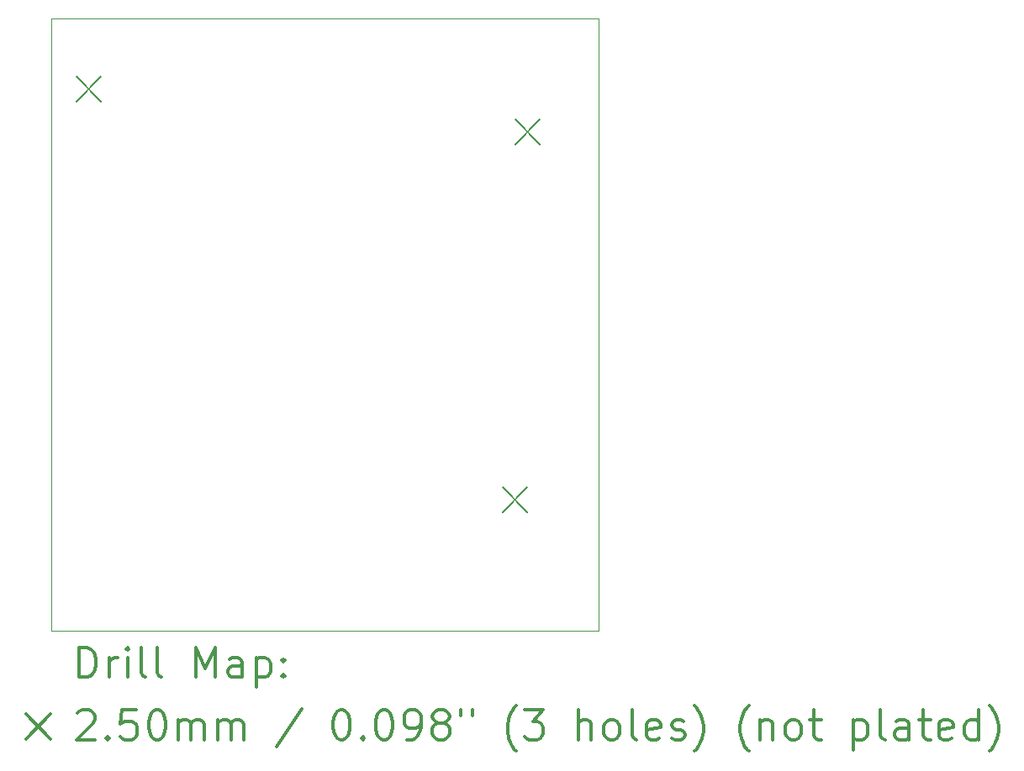
<source format=gbr>
%FSLAX45Y45*%
G04 Gerber Fmt 4.5, Leading zero omitted, Abs format (unit mm)*
G04 Created by KiCad (PCBNEW (5.1.2)-1) date 2024-09-29 13:43:39*
%MOMM*%
%LPD*%
G04 APERTURE LIST*
%ADD10C,0.050000*%
%ADD11C,0.200000*%
%ADD12C,0.300000*%
G04 APERTURE END LIST*
D10*
X9677400Y-10972800D02*
X9677400Y-10947400D01*
X15189200Y-10972800D02*
X9677400Y-10972800D01*
X9677400Y-4800600D02*
X9702800Y-4800600D01*
X9702800Y-4800600D02*
X15189200Y-4800600D01*
X9677400Y-10947400D02*
X9677400Y-4800600D01*
X15189200Y-4800600D02*
X15189200Y-10972800D01*
D11*
X9933400Y-5386800D02*
X10183400Y-5636800D01*
X10183400Y-5386800D02*
X9933400Y-5636800D01*
X14226000Y-9527000D02*
X14476000Y-9777000D01*
X14476000Y-9527000D02*
X14226000Y-9777000D01*
X14353000Y-5818600D02*
X14603000Y-6068600D01*
X14603000Y-5818600D02*
X14353000Y-6068600D01*
D12*
X9961328Y-11441014D02*
X9961328Y-11141014D01*
X10032757Y-11141014D01*
X10075614Y-11155300D01*
X10104186Y-11183872D01*
X10118471Y-11212443D01*
X10132757Y-11269586D01*
X10132757Y-11312443D01*
X10118471Y-11369586D01*
X10104186Y-11398157D01*
X10075614Y-11426729D01*
X10032757Y-11441014D01*
X9961328Y-11441014D01*
X10261328Y-11441014D02*
X10261328Y-11241014D01*
X10261328Y-11298157D02*
X10275614Y-11269586D01*
X10289900Y-11255300D01*
X10318471Y-11241014D01*
X10347043Y-11241014D01*
X10447043Y-11441014D02*
X10447043Y-11241014D01*
X10447043Y-11141014D02*
X10432757Y-11155300D01*
X10447043Y-11169586D01*
X10461328Y-11155300D01*
X10447043Y-11141014D01*
X10447043Y-11169586D01*
X10632757Y-11441014D02*
X10604186Y-11426729D01*
X10589900Y-11398157D01*
X10589900Y-11141014D01*
X10789900Y-11441014D02*
X10761328Y-11426729D01*
X10747043Y-11398157D01*
X10747043Y-11141014D01*
X11132757Y-11441014D02*
X11132757Y-11141014D01*
X11232757Y-11355300D01*
X11332757Y-11141014D01*
X11332757Y-11441014D01*
X11604186Y-11441014D02*
X11604186Y-11283871D01*
X11589900Y-11255300D01*
X11561328Y-11241014D01*
X11504186Y-11241014D01*
X11475614Y-11255300D01*
X11604186Y-11426729D02*
X11575614Y-11441014D01*
X11504186Y-11441014D01*
X11475614Y-11426729D01*
X11461328Y-11398157D01*
X11461328Y-11369586D01*
X11475614Y-11341014D01*
X11504186Y-11326729D01*
X11575614Y-11326729D01*
X11604186Y-11312443D01*
X11747043Y-11241014D02*
X11747043Y-11541014D01*
X11747043Y-11255300D02*
X11775614Y-11241014D01*
X11832757Y-11241014D01*
X11861328Y-11255300D01*
X11875614Y-11269586D01*
X11889900Y-11298157D01*
X11889900Y-11383871D01*
X11875614Y-11412443D01*
X11861328Y-11426729D01*
X11832757Y-11441014D01*
X11775614Y-11441014D01*
X11747043Y-11426729D01*
X12018471Y-11412443D02*
X12032757Y-11426729D01*
X12018471Y-11441014D01*
X12004186Y-11426729D01*
X12018471Y-11412443D01*
X12018471Y-11441014D01*
X12018471Y-11255300D02*
X12032757Y-11269586D01*
X12018471Y-11283871D01*
X12004186Y-11269586D01*
X12018471Y-11255300D01*
X12018471Y-11283871D01*
X9424900Y-11810300D02*
X9674900Y-12060300D01*
X9674900Y-11810300D02*
X9424900Y-12060300D01*
X9947043Y-11799586D02*
X9961328Y-11785300D01*
X9989900Y-11771014D01*
X10061328Y-11771014D01*
X10089900Y-11785300D01*
X10104186Y-11799586D01*
X10118471Y-11828157D01*
X10118471Y-11856729D01*
X10104186Y-11899586D01*
X9932757Y-12071014D01*
X10118471Y-12071014D01*
X10247043Y-12042443D02*
X10261328Y-12056729D01*
X10247043Y-12071014D01*
X10232757Y-12056729D01*
X10247043Y-12042443D01*
X10247043Y-12071014D01*
X10532757Y-11771014D02*
X10389900Y-11771014D01*
X10375614Y-11913871D01*
X10389900Y-11899586D01*
X10418471Y-11885300D01*
X10489900Y-11885300D01*
X10518471Y-11899586D01*
X10532757Y-11913871D01*
X10547043Y-11942443D01*
X10547043Y-12013871D01*
X10532757Y-12042443D01*
X10518471Y-12056729D01*
X10489900Y-12071014D01*
X10418471Y-12071014D01*
X10389900Y-12056729D01*
X10375614Y-12042443D01*
X10732757Y-11771014D02*
X10761328Y-11771014D01*
X10789900Y-11785300D01*
X10804186Y-11799586D01*
X10818471Y-11828157D01*
X10832757Y-11885300D01*
X10832757Y-11956729D01*
X10818471Y-12013871D01*
X10804186Y-12042443D01*
X10789900Y-12056729D01*
X10761328Y-12071014D01*
X10732757Y-12071014D01*
X10704186Y-12056729D01*
X10689900Y-12042443D01*
X10675614Y-12013871D01*
X10661328Y-11956729D01*
X10661328Y-11885300D01*
X10675614Y-11828157D01*
X10689900Y-11799586D01*
X10704186Y-11785300D01*
X10732757Y-11771014D01*
X10961328Y-12071014D02*
X10961328Y-11871014D01*
X10961328Y-11899586D02*
X10975614Y-11885300D01*
X11004186Y-11871014D01*
X11047043Y-11871014D01*
X11075614Y-11885300D01*
X11089900Y-11913871D01*
X11089900Y-12071014D01*
X11089900Y-11913871D02*
X11104186Y-11885300D01*
X11132757Y-11871014D01*
X11175614Y-11871014D01*
X11204186Y-11885300D01*
X11218471Y-11913871D01*
X11218471Y-12071014D01*
X11361328Y-12071014D02*
X11361328Y-11871014D01*
X11361328Y-11899586D02*
X11375614Y-11885300D01*
X11404186Y-11871014D01*
X11447043Y-11871014D01*
X11475614Y-11885300D01*
X11489900Y-11913871D01*
X11489900Y-12071014D01*
X11489900Y-11913871D02*
X11504186Y-11885300D01*
X11532757Y-11871014D01*
X11575614Y-11871014D01*
X11604186Y-11885300D01*
X11618471Y-11913871D01*
X11618471Y-12071014D01*
X12204186Y-11756729D02*
X11947043Y-12142443D01*
X12589900Y-11771014D02*
X12618471Y-11771014D01*
X12647043Y-11785300D01*
X12661328Y-11799586D01*
X12675614Y-11828157D01*
X12689900Y-11885300D01*
X12689900Y-11956729D01*
X12675614Y-12013871D01*
X12661328Y-12042443D01*
X12647043Y-12056729D01*
X12618471Y-12071014D01*
X12589900Y-12071014D01*
X12561328Y-12056729D01*
X12547043Y-12042443D01*
X12532757Y-12013871D01*
X12518471Y-11956729D01*
X12518471Y-11885300D01*
X12532757Y-11828157D01*
X12547043Y-11799586D01*
X12561328Y-11785300D01*
X12589900Y-11771014D01*
X12818471Y-12042443D02*
X12832757Y-12056729D01*
X12818471Y-12071014D01*
X12804186Y-12056729D01*
X12818471Y-12042443D01*
X12818471Y-12071014D01*
X13018471Y-11771014D02*
X13047043Y-11771014D01*
X13075614Y-11785300D01*
X13089900Y-11799586D01*
X13104186Y-11828157D01*
X13118471Y-11885300D01*
X13118471Y-11956729D01*
X13104186Y-12013871D01*
X13089900Y-12042443D01*
X13075614Y-12056729D01*
X13047043Y-12071014D01*
X13018471Y-12071014D01*
X12989900Y-12056729D01*
X12975614Y-12042443D01*
X12961328Y-12013871D01*
X12947043Y-11956729D01*
X12947043Y-11885300D01*
X12961328Y-11828157D01*
X12975614Y-11799586D01*
X12989900Y-11785300D01*
X13018471Y-11771014D01*
X13261328Y-12071014D02*
X13318471Y-12071014D01*
X13347043Y-12056729D01*
X13361328Y-12042443D01*
X13389900Y-11999586D01*
X13404186Y-11942443D01*
X13404186Y-11828157D01*
X13389900Y-11799586D01*
X13375614Y-11785300D01*
X13347043Y-11771014D01*
X13289900Y-11771014D01*
X13261328Y-11785300D01*
X13247043Y-11799586D01*
X13232757Y-11828157D01*
X13232757Y-11899586D01*
X13247043Y-11928157D01*
X13261328Y-11942443D01*
X13289900Y-11956729D01*
X13347043Y-11956729D01*
X13375614Y-11942443D01*
X13389900Y-11928157D01*
X13404186Y-11899586D01*
X13575614Y-11899586D02*
X13547043Y-11885300D01*
X13532757Y-11871014D01*
X13518471Y-11842443D01*
X13518471Y-11828157D01*
X13532757Y-11799586D01*
X13547043Y-11785300D01*
X13575614Y-11771014D01*
X13632757Y-11771014D01*
X13661328Y-11785300D01*
X13675614Y-11799586D01*
X13689900Y-11828157D01*
X13689900Y-11842443D01*
X13675614Y-11871014D01*
X13661328Y-11885300D01*
X13632757Y-11899586D01*
X13575614Y-11899586D01*
X13547043Y-11913871D01*
X13532757Y-11928157D01*
X13518471Y-11956729D01*
X13518471Y-12013871D01*
X13532757Y-12042443D01*
X13547043Y-12056729D01*
X13575614Y-12071014D01*
X13632757Y-12071014D01*
X13661328Y-12056729D01*
X13675614Y-12042443D01*
X13689900Y-12013871D01*
X13689900Y-11956729D01*
X13675614Y-11928157D01*
X13661328Y-11913871D01*
X13632757Y-11899586D01*
X13804186Y-11771014D02*
X13804186Y-11828157D01*
X13918471Y-11771014D02*
X13918471Y-11828157D01*
X14361328Y-12185300D02*
X14347043Y-12171014D01*
X14318471Y-12128157D01*
X14304186Y-12099586D01*
X14289900Y-12056729D01*
X14275614Y-11985300D01*
X14275614Y-11928157D01*
X14289900Y-11856729D01*
X14304186Y-11813871D01*
X14318471Y-11785300D01*
X14347043Y-11742443D01*
X14361328Y-11728157D01*
X14447043Y-11771014D02*
X14632757Y-11771014D01*
X14532757Y-11885300D01*
X14575614Y-11885300D01*
X14604186Y-11899586D01*
X14618471Y-11913871D01*
X14632757Y-11942443D01*
X14632757Y-12013871D01*
X14618471Y-12042443D01*
X14604186Y-12056729D01*
X14575614Y-12071014D01*
X14489900Y-12071014D01*
X14461328Y-12056729D01*
X14447043Y-12042443D01*
X14989900Y-12071014D02*
X14989900Y-11771014D01*
X15118471Y-12071014D02*
X15118471Y-11913871D01*
X15104186Y-11885300D01*
X15075614Y-11871014D01*
X15032757Y-11871014D01*
X15004186Y-11885300D01*
X14989900Y-11899586D01*
X15304186Y-12071014D02*
X15275614Y-12056729D01*
X15261328Y-12042443D01*
X15247043Y-12013871D01*
X15247043Y-11928157D01*
X15261328Y-11899586D01*
X15275614Y-11885300D01*
X15304186Y-11871014D01*
X15347043Y-11871014D01*
X15375614Y-11885300D01*
X15389900Y-11899586D01*
X15404186Y-11928157D01*
X15404186Y-12013871D01*
X15389900Y-12042443D01*
X15375614Y-12056729D01*
X15347043Y-12071014D01*
X15304186Y-12071014D01*
X15575614Y-12071014D02*
X15547043Y-12056729D01*
X15532757Y-12028157D01*
X15532757Y-11771014D01*
X15804186Y-12056729D02*
X15775614Y-12071014D01*
X15718471Y-12071014D01*
X15689900Y-12056729D01*
X15675614Y-12028157D01*
X15675614Y-11913871D01*
X15689900Y-11885300D01*
X15718471Y-11871014D01*
X15775614Y-11871014D01*
X15804186Y-11885300D01*
X15818471Y-11913871D01*
X15818471Y-11942443D01*
X15675614Y-11971014D01*
X15932757Y-12056729D02*
X15961328Y-12071014D01*
X16018471Y-12071014D01*
X16047043Y-12056729D01*
X16061328Y-12028157D01*
X16061328Y-12013871D01*
X16047043Y-11985300D01*
X16018471Y-11971014D01*
X15975614Y-11971014D01*
X15947043Y-11956729D01*
X15932757Y-11928157D01*
X15932757Y-11913871D01*
X15947043Y-11885300D01*
X15975614Y-11871014D01*
X16018471Y-11871014D01*
X16047043Y-11885300D01*
X16161328Y-12185300D02*
X16175614Y-12171014D01*
X16204186Y-12128157D01*
X16218471Y-12099586D01*
X16232757Y-12056729D01*
X16247043Y-11985300D01*
X16247043Y-11928157D01*
X16232757Y-11856729D01*
X16218471Y-11813871D01*
X16204186Y-11785300D01*
X16175614Y-11742443D01*
X16161328Y-11728157D01*
X16704186Y-12185300D02*
X16689900Y-12171014D01*
X16661328Y-12128157D01*
X16647043Y-12099586D01*
X16632757Y-12056729D01*
X16618471Y-11985300D01*
X16618471Y-11928157D01*
X16632757Y-11856729D01*
X16647043Y-11813871D01*
X16661328Y-11785300D01*
X16689900Y-11742443D01*
X16704186Y-11728157D01*
X16818471Y-11871014D02*
X16818471Y-12071014D01*
X16818471Y-11899586D02*
X16832757Y-11885300D01*
X16861328Y-11871014D01*
X16904186Y-11871014D01*
X16932757Y-11885300D01*
X16947043Y-11913871D01*
X16947043Y-12071014D01*
X17132757Y-12071014D02*
X17104186Y-12056729D01*
X17089900Y-12042443D01*
X17075614Y-12013871D01*
X17075614Y-11928157D01*
X17089900Y-11899586D01*
X17104186Y-11885300D01*
X17132757Y-11871014D01*
X17175614Y-11871014D01*
X17204186Y-11885300D01*
X17218471Y-11899586D01*
X17232757Y-11928157D01*
X17232757Y-12013871D01*
X17218471Y-12042443D01*
X17204186Y-12056729D01*
X17175614Y-12071014D01*
X17132757Y-12071014D01*
X17318471Y-11871014D02*
X17432757Y-11871014D01*
X17361328Y-11771014D02*
X17361328Y-12028157D01*
X17375614Y-12056729D01*
X17404186Y-12071014D01*
X17432757Y-12071014D01*
X17761328Y-11871014D02*
X17761328Y-12171014D01*
X17761328Y-11885300D02*
X17789900Y-11871014D01*
X17847043Y-11871014D01*
X17875614Y-11885300D01*
X17889900Y-11899586D01*
X17904186Y-11928157D01*
X17904186Y-12013871D01*
X17889900Y-12042443D01*
X17875614Y-12056729D01*
X17847043Y-12071014D01*
X17789900Y-12071014D01*
X17761328Y-12056729D01*
X18075614Y-12071014D02*
X18047043Y-12056729D01*
X18032757Y-12028157D01*
X18032757Y-11771014D01*
X18318471Y-12071014D02*
X18318471Y-11913871D01*
X18304186Y-11885300D01*
X18275614Y-11871014D01*
X18218471Y-11871014D01*
X18189900Y-11885300D01*
X18318471Y-12056729D02*
X18289900Y-12071014D01*
X18218471Y-12071014D01*
X18189900Y-12056729D01*
X18175614Y-12028157D01*
X18175614Y-11999586D01*
X18189900Y-11971014D01*
X18218471Y-11956729D01*
X18289900Y-11956729D01*
X18318471Y-11942443D01*
X18418471Y-11871014D02*
X18532757Y-11871014D01*
X18461328Y-11771014D02*
X18461328Y-12028157D01*
X18475614Y-12056729D01*
X18504186Y-12071014D01*
X18532757Y-12071014D01*
X18747043Y-12056729D02*
X18718471Y-12071014D01*
X18661328Y-12071014D01*
X18632757Y-12056729D01*
X18618471Y-12028157D01*
X18618471Y-11913871D01*
X18632757Y-11885300D01*
X18661328Y-11871014D01*
X18718471Y-11871014D01*
X18747043Y-11885300D01*
X18761328Y-11913871D01*
X18761328Y-11942443D01*
X18618471Y-11971014D01*
X19018471Y-12071014D02*
X19018471Y-11771014D01*
X19018471Y-12056729D02*
X18989900Y-12071014D01*
X18932757Y-12071014D01*
X18904186Y-12056729D01*
X18889900Y-12042443D01*
X18875614Y-12013871D01*
X18875614Y-11928157D01*
X18889900Y-11899586D01*
X18904186Y-11885300D01*
X18932757Y-11871014D01*
X18989900Y-11871014D01*
X19018471Y-11885300D01*
X19132757Y-12185300D02*
X19147043Y-12171014D01*
X19175614Y-12128157D01*
X19189900Y-12099586D01*
X19204186Y-12056729D01*
X19218471Y-11985300D01*
X19218471Y-11928157D01*
X19204186Y-11856729D01*
X19189900Y-11813871D01*
X19175614Y-11785300D01*
X19147043Y-11742443D01*
X19132757Y-11728157D01*
M02*

</source>
